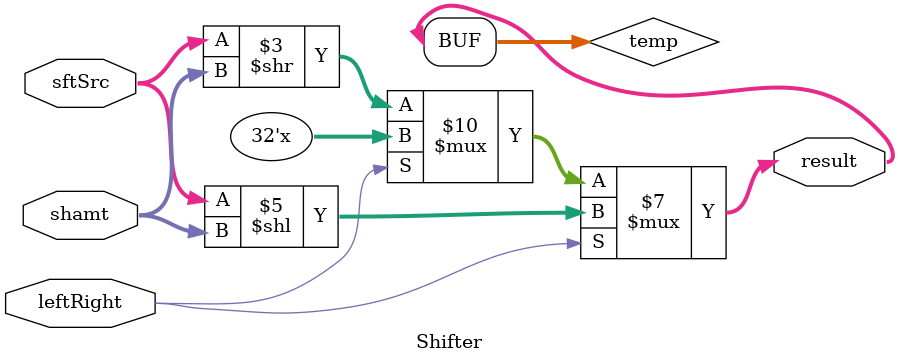
<source format=v>
module Shifter( result, leftRight, shamt, sftSrc  );
    
  output wire[31:0] result;

  input wire leftRight;
  input wire[4:0] shamt;
  input wire[31:0] sftSrc ;

	reg [31:0]temp;

//assign result = ((leftRight == 1'b0) ) ? sftSrc>>shamt : sftSrc<<shamt;	

always @(*) begin
	if(leftRight==1'b0)begin
	temp = sftSrc>>shamt;	
	end

	if(leftRight==1'b1)begin
	temp = sftSrc<<shamt;	
	end

end

assign result = temp;
  /*your code here*/ 
	
endmodule
</source>
